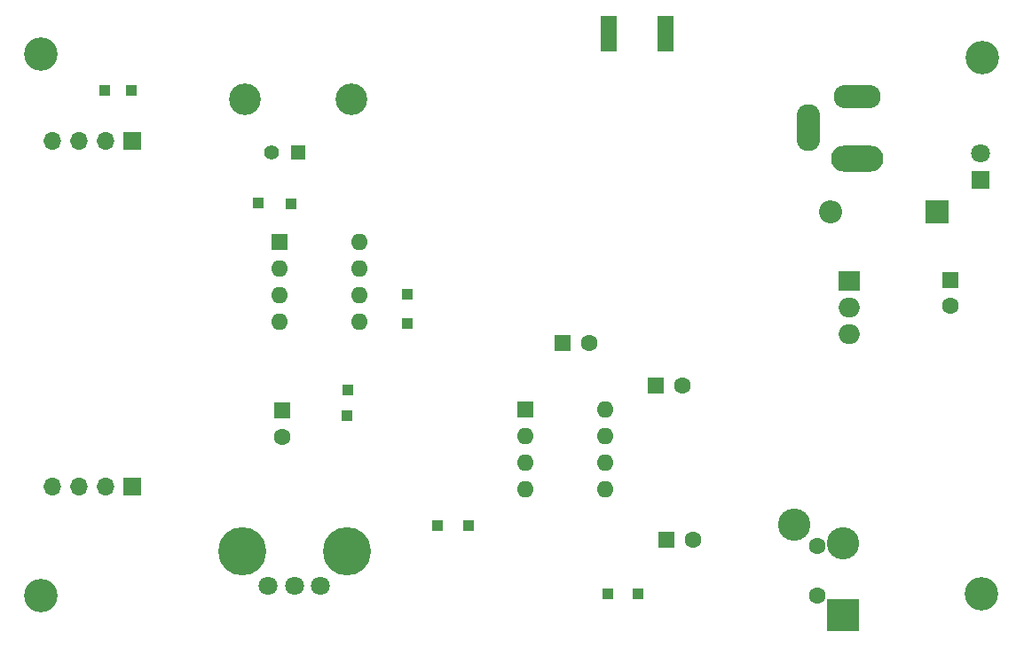
<source format=gbr>
%TF.GenerationSoftware,KiCad,Pcbnew,(6.0.7)*%
%TF.CreationDate,2022-11-13T20:04:36-05:00*%
%TF.ProjectId,DCR_MainBoard,4443525f-4d61-4696-9e42-6f6172642e6b,rev?*%
%TF.SameCoordinates,Original*%
%TF.FileFunction,Soldermask,Bot*%
%TF.FilePolarity,Negative*%
%FSLAX46Y46*%
G04 Gerber Fmt 4.6, Leading zero omitted, Abs format (unit mm)*
G04 Created by KiCad (PCBNEW (6.0.7)) date 2022-11-13 20:04:36*
%MOMM*%
%LPD*%
G01*
G04 APERTURE LIST*
%ADD10R,1.000000X1.000000*%
%ADD11R,1.600000X1.600000*%
%ADD12C,1.600000*%
%ADD13O,5.000000X2.500000*%
%ADD14O,4.500000X2.250000*%
%ADD15O,2.250000X4.500000*%
%ADD16C,3.200000*%
%ADD17C,4.600000*%
%ADD18C,1.800000*%
%ADD19O,1.600000X1.600000*%
%ADD20R,2.000000X1.905000*%
%ADD21O,2.000000X1.905000*%
%ADD22R,1.398000X1.398000*%
%ADD23C,1.398000*%
%ADD24C,3.015000*%
%ADD25R,3.092000X3.092000*%
%ADD26C,3.092000*%
%ADD27R,1.500000X3.500000*%
%ADD28R,1.800000X1.800000*%
%ADD29R,2.200000X2.200000*%
%ADD30O,2.200000X2.200000*%
%ADD31R,1.700000X1.700000*%
%ADD32O,1.700000X1.700000*%
G04 APERTURE END LIST*
D10*
%TO.C,TG6*%
X79705200Y-78613000D03*
%TD*%
%TO.C,TG5*%
X60579000Y-52755800D03*
%TD*%
%TO.C,TG4*%
X63500000Y-72034400D03*
%TD*%
%TO.C,TG3*%
X54864000Y-61544200D03*
%TD*%
%TO.C,TG2*%
X46329600Y-41275000D03*
%TD*%
%TO.C,TG1*%
X31724600Y-30505400D03*
%TD*%
D11*
%TO.C,C7*%
X112435000Y-48601849D03*
D12*
X112435000Y-51101849D03*
%TD*%
D11*
%TO.C,C11*%
X84318000Y-58664000D03*
D12*
X86818000Y-58664000D03*
%TD*%
D13*
%TO.C,J4*%
X103545000Y-37054500D03*
D14*
X103545000Y-31054500D03*
D15*
X98845000Y-34054500D03*
%TD*%
D16*
%TO.C,H4*%
X115493800Y-27330400D03*
%TD*%
D17*
%TO.C,RV1*%
X54809000Y-74538000D03*
X44809000Y-74538000D03*
D18*
X47309000Y-77838000D03*
X49809000Y-77838000D03*
X52309000Y-77838000D03*
%TD*%
D16*
%TO.C,H3*%
X115366800Y-78587600D03*
%TD*%
D11*
%TO.C,U4*%
X71882000Y-60960000D03*
D19*
X71882000Y-63500000D03*
X71882000Y-66040000D03*
X71882000Y-68580000D03*
X79502000Y-68580000D03*
X79502000Y-66040000D03*
X79502000Y-63500000D03*
X79502000Y-60960000D03*
%TD*%
D16*
%TO.C,H2*%
X25654000Y-78740000D03*
%TD*%
D20*
%TO.C,U3*%
X102783000Y-48738500D03*
D21*
X102783000Y-51278500D03*
X102783000Y-53818500D03*
%TD*%
D11*
%TO.C,C15*%
X85334000Y-73396000D03*
D12*
X87834000Y-73396000D03*
%TD*%
D10*
%TO.C,TP6*%
X82600800Y-78613000D03*
%TD*%
D16*
%TO.C,H1*%
X25654000Y-27051000D03*
%TD*%
D22*
%TO.C,J1*%
X50215800Y-36450500D03*
D23*
X47675800Y-36450500D03*
D24*
X45135800Y-31370500D03*
X55295800Y-31370500D03*
%TD*%
D12*
%TO.C,J5*%
X99672000Y-74047000D03*
X99672000Y-78747000D03*
D25*
X102172000Y-80647000D03*
D26*
X102172000Y-73747000D03*
X97472000Y-71947000D03*
%TD*%
D10*
%TO.C,TP3*%
X54914800Y-59080400D03*
%TD*%
D11*
%TO.C,C3*%
X48666400Y-61077349D03*
D12*
X48666400Y-63577349D03*
%TD*%
D11*
%TO.C,U2*%
X48422400Y-44968000D03*
D19*
X48422400Y-47508000D03*
X48422400Y-50048000D03*
X48422400Y-52588000D03*
X56042400Y-52588000D03*
X56042400Y-50048000D03*
X56042400Y-47508000D03*
X56042400Y-44968000D03*
%TD*%
D27*
%TO.C,J3*%
X85250000Y-25046500D03*
X79850000Y-25046500D03*
%TD*%
D28*
%TO.C,D1*%
X115265200Y-39065200D03*
D18*
X115265200Y-36525200D03*
%TD*%
D29*
%TO.C,D2*%
X111165000Y-42134500D03*
D30*
X101005000Y-42134500D03*
%TD*%
D10*
%TO.C,TP4*%
X66446400Y-72034400D03*
%TD*%
D11*
%TO.C,C12*%
X75428000Y-54600000D03*
D12*
X77928000Y-54600000D03*
%TD*%
D10*
%TO.C,TP2*%
X49479200Y-41351200D03*
%TD*%
%TO.C,TP1*%
X34239200Y-30530800D03*
%TD*%
D31*
%TO.C,U1*%
X34361400Y-35306000D03*
D32*
X31821400Y-35306000D03*
X29281400Y-35306000D03*
X26741400Y-35306000D03*
X26695400Y-68326000D03*
X29235400Y-68326000D03*
X31775400Y-68326000D03*
D31*
X34315400Y-68326000D03*
%TD*%
D10*
%TO.C,TP5*%
X60553600Y-49987200D03*
%TD*%
M02*

</source>
